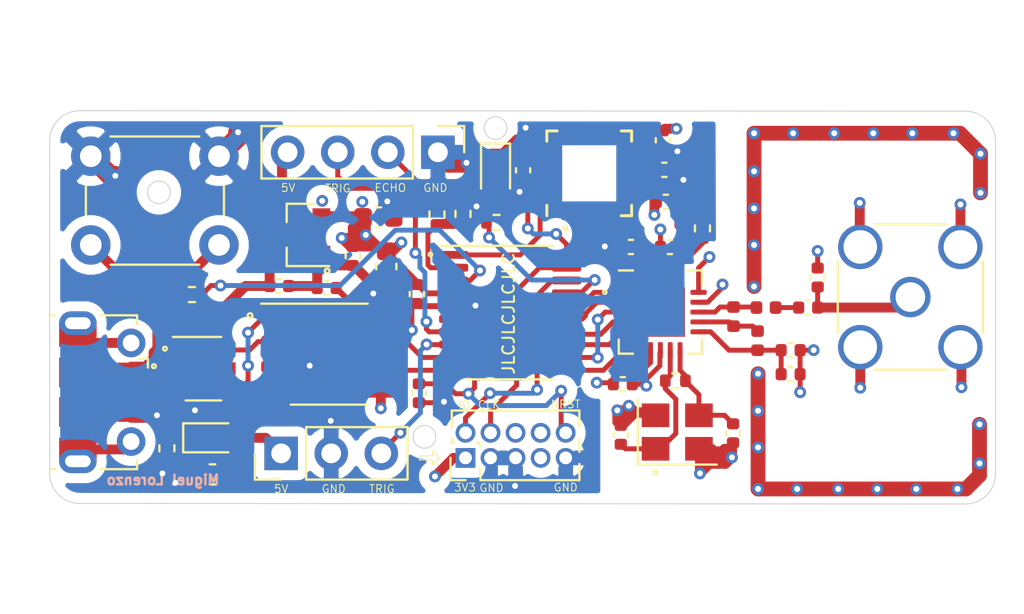
<source format=kicad_pcb>
(kicad_pcb (version 20211014) (generator pcbnew)
  (layers (0 "F.Cu" signal) (1 "In1.Cu" power) (2 "In2.Cu" power) (31 "B.Cu" signal) (34 "B.Paste" user) (35 "F.Paste" user) (36 "B.SilkS" user "B.Silkscreen") (37 "F.SilkS" user "F.Silkscreen") (38 "B.Mask" user) (39 "F.Mask" user) (44 "Edge.Cuts" user))
  (net 0 "")
  (net 1 "Net-(AE1-Pad1)")
  (net 2 "GND")
  (net 3 "Net-(C3-Pad1)")
  (net 4 "Net-(C4-Pad1)")
  (net 5 "Net-(C5-Pad1)")
  (net 6 "Net-(C6-Pad1)")
  (net 7 "Net-(C8-Pad2)")
  (net 8 "5V")
  (net 9 "Net-(C11-Pad1)")
  (net 10 "+3V3")
  (net 11 "Net-(D1-Pad1)")
  (net 12 "Net-(J1-Pad2)")
  (net 13 "Net-(J1-Pad3)")
  (net 14 "Net-(J1-Pad4)")
  (net 15 "Net-(J1-Pad6)")
  (net 16 "SWD_IO")
  (net 17 "SWD_CLK")
  (net 18 "Net-(J2-Pad6)")
  (net 19 "Net-(J2-Pad7)")
  (net 20 "Net-(J2-Pad8)")
  (net 21 "NRST")
  (net 22 "RELAY_TRIG")
  (net 23 "Net-(L1-Pad1)")
  (net 24 "Net-(L1-Pad2)")
  (net 25 "Net-(R1-Pad1)")
  (net 26 "NRF24_CE")
  (net 27 "SPI_CS")
  (net 28 "SPI_CLK")
  (net 29 "SPI_MOSI")
  (net 30 "SPI_MISO")
  (net 31 "NRF24_IRQ")
  (net 32 "Net-(U2-Pad4)")
  (net 33 "UART2_RX")
  (net 34 "UART2_TX")
  (net 35 "LED1")
  (net 36 "Net-(R6-Pad1)")
  (net 37 "BOTON")
  (net 38 "Net-(U2-Pad1)")
  (net 39 "Net-(U2-Pad2)")
  (net 40 "Net-(J4-Pad2)")
  (net 41 "Net-(C19-Pad1)")
  (net 42 "Net-(C20-Pad1)")
  (net 43 "TIM2_CH1")
  (net 44 "TIM17_CH1")
  (net 45 "I2C1_SDA")
  (net 46 "I2C1_CLK")
  (net 47 "Net-(U6-Pad12)")
  (net 48 "Net-(U6-Pad7)")
  (net 49 "Net-(U6-Pad6)")
  (net 50 "Net-(U6-Pad1)")
  (net 51 "Net-(D2-Pad2)")
  (footprint "Capacitor_SMD:C_0402_1005Metric" (layer "F.Cu") (at 117.3988 67.3608)
    (fp_text reference "C1")
    (fp_text value "10nF")
  )
  (footprint "Capacitor_SMD:C_0402_1005Metric" (layer "F.Cu") (at 115.0112 74.3204)
    (fp_text reference "C2")
    (fp_text value "1nF")
  )
  (footprint "Capacitor_SMD:C_0402_1005Metric" (layer "F.Cu") (at 115.4202 67.3608 180)
    (fp_text reference "C3")
    (fp_text value "33nF")
  )
  (footprint "Capacitor_SMD:C_0402_1005Metric" (layer "F.Cu") (at 123.5202 72.5932)
    (fp_text reference "C5")
    (fp_text value "2.2nF")
  )
  (footprint "Capacitor_SMD:C_0402_1005Metric" (layer "F.Cu") (at 120.5992 76.807 -90)
    (fp_text reference "C6")
    (fp_text value "22pF")
  )
  (footprint "Capacitor_SMD:C_0402_1005Metric" (layer "F.Cu") (at 123.5202 73.8124)
    (fp_text reference "C7")
    (fp_text value "4.7pF")
  )
  (footprint "Capacitor_SMD:C_0402_1005Metric" (layer "F.Cu") (at 124.4092 70.4342 180)
    (fp_text reference "C8")
    (fp_text value "1.5pF")
  )
  (footprint "Capacitor_SMD:C_0402_1005Metric" (layer "F.Cu") (at 124.8918 68.9102 90)
    (fp_text reference "C9")
    (fp_text value "1.0pF")
  )
  (footprint "Capacitor_SMD:C_0402_1005Metric" (layer "F.Cu") (at 99.9972 69.4436 180)
    (fp_text reference "C11")
    (fp_text value "100nF")
  )
  (footprint "Capacitor_SMD:C_0402_1005Metric" (layer "F.Cu") (at 97.5868 69.342)
    (fp_text reference "C12")
    (fp_text value "100nF")
  )
  (footprint "Capacitor_SMD:C_0603_1608Metric" (layer "F.Cu") (at 103.0224 68.3514 -90)
    (fp_text reference "C13")
    (fp_text value "4.7uF")
  )
  (footprint "Capacitor_SMD:C_0402_1005Metric" (layer "F.Cu") (at 104.5718 69.7484 -90)
    (fp_text reference "C14")
    (fp_text value "100nF")
  )
  (footprint "Capacitor_SMD:C_0603_1608Metric" (layer "F.Cu") (at 102.616 65.8622)
    (fp_text reference "C15")
    (fp_text value "1uF")
  )
  (footprint "Capacitor_SMD:C_0402_1005Metric" (layer "F.Cu") (at 101.3206 67.818 -90)
    (fp_text reference "C16")
    (fp_text value "100nF")
  )
  (footprint "LED_SMD:LED_0603_1608Metric" (layer "F.Cu") (at 108.5596 63.6017 -90)
    (fp_text reference "D2")
    (fp_text value "LED_w")
  )
  (footprint "Connector_USB:USB_Micro-B_Molex-105017-0001" (layer "F.Cu") (at 88.6206 74.7268 -90)
    (fp_text reference "J1")
    (fp_text value "USB_B_Micro")
  )
  (footprint "Connector_PinHeader_1.27mm:PinHeader_2x05_P1.27mm_Vertical" (layer "F.Cu") (at 107.0356 78.0542 90)
    (fp_text reference "J2")
    (fp_text value "Conn_02x05_Odd_Even")
  )
  (footprint "Connector_PinHeader_2.54mm:PinHeader_1x03_P2.54mm_Vertical" (layer "F.Cu") (at 97.6884 77.8256 90)
    (fp_text reference "J3")
    (fp_text value "Conn_01x03_Female")
  )
  (footprint "Inductor_SMD:L_0402_1005Metric" (layer "F.Cu") (at 122.2732 70.4342 180)
    (fp_text reference "L2")
    (fp_text value "3.9nH")
  )
  (footprint "Inductor_SMD:L_0402_1005Metric" (layer "F.Cu") (at 121.8438 72.1106 90)
    (fp_text reference "L3")
    (fp_text value "2.7nH")
  )
  (footprint "Resistor_SMD:R_0402_1005Metric" (layer "F.Cu") (at 119.0498 66.421 90)
    (fp_text reference "R1")
    (fp_text value "22k")
  )
  (footprint "Resistor_SMD:R_0402_1005Metric" (layer "F.Cu") (at 117.6762 74.1426 180)
    (fp_text reference "R2")
    (fp_text value "1M")
  )
  (footprint "Resistor_SMD:R_0402_1005Metric" (layer "F.Cu") (at 108.6104 66.1162)
    (fp_text reference "R4")
    (fp_text value "2.2k")
  )
  (footprint "Package_DFN_QFN:QFN-20-1EP_4x4mm_P0.5mm_EP2.5x2.5mm" (layer "F.Cu") (at 116.9162 70.6628)
    (fp_text reference "U1")
    (fp_text value "NRF24L01+")
  )
  (footprint "Package_SO:SOIC-8_3.9x4.9mm_P1.27mm" (layer "F.Cu") (at 100.1268 72.7964)
    (fp_text reference "U2")
    (fp_text value "CH330N")
  )
  (footprint "Package_TO_SOT_SMD:SOT-23" (layer "F.Cu") (at 98.7298 66.7512 180)
    (fp_text reference "U3")
    (fp_text value "XC6206PxxxMR")
  )
  (footprint "Crystal:Crystal_SMD_3225-4Pin_3.2x2.5mm" (layer "F.Cu") (at 117.772 76.7452)
    (fp_text reference "Y1")
    (fp_text value "16 MHz")
  )
  (footprint "Capacitor_SMD:C_0603_1608Metric" (layer "F.Cu") (at 94.2086 78.8924 180)
    (fp_text reference "C10")
    (fp_text value "10uF")
  )
  (footprint "Inductor_SMD:L_0402_1005Metric" (layer "F.Cu") (at 120.6246 70.8914 90)
    (fp_text reference "L1")
    (fp_text value "8.2nH")
  )
  (footprint "Capacitor_SMD:C_0402_1005Metric" (layer "F.Cu") (at 114.9096 76.8858 90)
    (fp_text reference "C4")
    (fp_text value "22pF")
  )
  (footprint "Connector_PinHeader_2.54mm:PinHeader_1x04_P2.54mm_Vertical" (layer "F.Cu") (at 105.6386 62.5602 -90)
    (fp_text reference "J4")
    (fp_text value "Conn_01x04_Female")
  )
  (footprint "Resistor_SMD:R_0402_1005Metric" (layer "F.Cu") (at 93.1672 69.7738)
    (fp_text reference "R6")
    (fp_text value "2.2k")
  )
  (footprint "Button_Switch_THT:SW_PUSH_6mm_H9.5mm" (layer "F.Cu") (at 94.5388 67.2592 180)
    (fp_text reference "SW1")
    (fp_text value "SW_Push_Dual")
  )
  (footprint "Package_TO_SOT_SMD:SOT-23-6" (layer "F.Cu") (at 93.7514 73.533)
    (fp_text reference "U5")
    (fp_text value "USBLC6-2SC6")
  )
  (footprint "Resistor_SMD:R_0402_1005Metric" (layer "F.Cu") (at 105.5878 65.7098 90)
    (fp_text reference "R7")
    (fp_text value "2.2k")
  )
  (footprint "Resistor_SMD:R_0402_1005Metric" (layer "F.Cu") (at 106.9086 65.6844 -90)
    (fp_text reference "R8")
    (fp_text value "2.2k")
  )
  (footprint "Capacitor_SMD:C_0402_1005Metric" (layer "F.Cu") (at 117.1956 65.0748)
    (fp_text reference "C17")
    (fp_text value "10nF")
  )
  (footprint "Capacitor_SMD:C_0402_1005Metric" (layer "F.Cu") (at 117.0432 61.9506 -90)
    (fp_text reference "C18")
    (fp_text value "100nF")
  )
  (footprint "Capacitor_SMD:C_0402_1005Metric" (layer "F.Cu") (at 117.1194 63.4492)
    (fp_text reference "C19")
    (fp_text value "100nF")
  )
  (footprint "Capacitor_SMD:C_0402_1005Metric" (layer "F.Cu") (at 109.9566 63.4746 -90)
    (fp_text reference "C20")
    (fp_text value "2.2nF")
  )
  (footprint "Sensor_Motion:InvenSense_QFN-24_4x4mm_P0.5mm" (layer "F.Cu") (at 113.3094 63.627 90)
    (fp_text reference "U6")
    (fp_text value "MPU-6050")
  )
  (footprint "LED_SMD:LED_0603_1608Metric" (layer "F.Cu") (at 94.2086 77.0382)
    (fp_text reference "D1")
    (fp_text value "LED_g")
  )
  (footprint "Resistor_SMD:R_0402_1005Metric" (layer "F.Cu") (at 91.8972 77.5716 -90)
    (fp_text reference "R3")
    (fp_text value "2.2k")
  )
  (footprint "Capacitor_SMD:C_0402_1005Metric" (layer "F.Cu") (at 104.6734 74.7776 -90)
    (fp_text reference "C21")
    (fp_text value "100nF")
  )
  (footprint "Package_SO:TSSOP-20_4.4x6.5mm_P0.65mm" (layer "F.Cu") (at 109.2962 70.6882)
    (fp_text reference "U4")
    (fp_text value "STM32G031F8Px")
  )
  (footprint "Connector_Coaxial:SMA_Wurth_60312002114503_Vertical" (layer "F.Cu") (at 129.5908 69.9008)
    (fp_text reference "AE1")
    (fp_text value "Antenna_Shield")
  )
  (gr_circle (center 105.2576 67.7418) (end 105.283 67.7418) (layer "F.SilkS") (width 0.12) (fill none))
  (gr_circle (center 116.6622 78.7908) (end 116.6876 78.7654) (layer "F.SilkS") (width 0.12) (fill none))
  (gr_line (start 105.3592 78.1558) (end 105.3592 78.4098) (layer "F.SilkS") (width 0.05))
  (gr_line (start 104.6988 77.9526) (end 104.6988 78.1558) (layer "F.SilkS") (width 0.05))
  (gr_circle (center 91.2368 73.406) (end 91.2622 73.3806) (layer "F.SilkS") (width 0.12) (fill none))
  (gr_circle (center 96.1136 70.8406) (end 96.1644 70.8152) (layer "F.SilkS") (width 0.12) (fill none))
  (gr_line (start 105.3592 77.6986) (end 105.7148 78.0542) (layer "F.SilkS") (width 0.05))
  (gr_circle (center 100.0252 68.58) (end 100.076 68.6054) (layer "F.SilkS") (width 0.12) (fill none))
  (gr_line (start 104.6988 78.1558) (end 105.3592 78.1558) (layer "F.SilkS") (width 0.05))
  (gr_line (start 105.7148 78.0542) (end 105.3592 78.4098) (layer "F.SilkS") (width 0.05))
  (gr_circle (center 114.0968 69.6468) (end 114.0968 69.6214) (layer "F.SilkS") (width 0.12) (fill none))
  (gr_line (start 104.6988 77.9526) (end 105.3592 77.9526) (layer "F.SilkS") (width 0.05))
  (gr_circle (center 112.0902 66.421) (end 112.0648 66.3956) (layer "F.SilkS") (width 0.12) (fill none))
  (gr_circle (center 91.7956 72.517) (end 91.821 72.4916) (layer "F.SilkS") (width 0.12) (fill none))
  (gr_line (start 105.3592 77.9526) (end 105.3592 77.6986) (layer "F.SilkS") (width 0.05))
  (gr_line (start 85.9536 78.8416) (end 85.9536 61.976) (layer "Edge.Cuts") (width 0.05))
  (gr_arc (start 133.9088 78.867) (mid 133.462431 79.944631) (end 132.3848 80.391) (layer "Edge.Cuts") (width 0.05))
  (gr_arc (start 85.9536 61.976) (mid 86.399969 60.898369) (end 87.4776 60.452) (layer "Edge.Cuts") (width 0.05))
  (gr_arc (start 87.4776 80.3656) (mid 86.399969 79.919231) (end 85.9536 78.8416) (layer "Edge.Cuts") (width 0.05))
  (gr_circle (center 108.5596 61.3328) (end 109.1356 61.3328) (layer "Edge.Cuts") (width 0.05) (fill none))
  (gr_circle (center 104.9528 76.9874) (end 105.5288 76.9874) (layer "Edge.Cuts") (width 0.05) (fill none))
  (gr_line (start 132.3848 80.391) (end 87.4776 80.3656) (layer "Edge.Cuts") (width 0.05))
  (gr_line (start 133.9088 62.0014) (end 133.9088 78.867) (layer "Edge.Cuts") (width 0.05))
  (gr_circle (center 91.4908 64.5922) (end 92.0668 64.5922) (layer "Edge.Cuts") (width 0.05) (fill none))
  (gr_line (start 87.4776 60.452) (end 132.3848 60.4774) (layer "Edge.Cuts") (width 0.05))
  (gr_arc (start 132.3848 60.4774) (mid 133.462431 60.923769) (end 133.9088 62.0014) (layer "Edge.Cuts") (width 0.05))
  (gr_text "Miguel Lorenzo" (at 91.694 79.1718) (layer "B.SilkS") (effects (font (size 0.5 0.5) (thickness 0.125)) (justify mirror)))
  (gr_text "ECHO" (at 103.2256 64.3636) (layer "F.SilkS") (effects (font (size 0.4 0.4) (thickness 0.05))))
  (gr_text "TRIG" (at 100.5586 64.389) (layer "F.SilkS") (effects (font (size 0.4 0.4) (thickness 0.05))))
  (gr_text "GND" (at 105.5116 64.3636) (layer "F.SilkS") (effects (font (size 0.4 0.4) (thickness 0.05))))
  (gr_text "5V" (at 98.044 64.3636) (layer "F.SilkS") (effects (font (size 0.4 0.4) (thickness 0.05))))
  (gr_text "5V" (at 97.6884 79.629) (layer "F.SilkS") (effects (font (size 0.4 0.4) (thickness 0.05))))
  (gr_text "GND" (at 100.3554 79.629) (layer "F.SilkS") (effects (font (size 0.4 0.4) (thickness 0.05))))
  (gr_text "TRIG" (at 102.7938 79.629) (layer "F.SilkS") (effects (font (size 0.4 0.4) (thickness 0.05))))
  (gr_text "IO" (at 106.9848 75.3618) (layer "F.SilkS") (effects (font (size 0.4 0.4) (thickness 0.05))))
  (gr_text "CLK" (at 108.2294 75.3618) (layer "F.SilkS") (effects (font (size 0.4 0.4) (thickness 0.05))))
  (gr_text "NRST" (at 112.1156 75.3364) (layer "F.SilkS") (effects (font (size 0.4 0.4) (thickness 0.05))))
  (gr_text "GND" (at 112.1156 79.5528) (layer "F.SilkS") (effects (font (size 0.4 0.4) (thickness 0.05))))
  (gr_text "GND" (at 108.3564 79.5782) (layer "F.SilkS") (effects (font (size 0.4 0.4) (thickness 0.05))))
  (gr_text "3V3" (at 107.0102 79.5528) (layer "F.SilkS") (effects (font (size 0.4 0.4) (thickness 0.05))))
  (gr_text "JLCJLCJLCJLC" (at 109.22 70.739 90) (layer "F.SilkS") (effects (font (size 0.6 0.6) (thickness 0.1))))
  (segment (start 124.8892 70.4342) (end 124.8892 69.3928) (width 0.25) (layer "F.Cu") (net 1))
  (segment (start 124.8892 70.4342) (end 129.0574 70.4342) (width 0.5) (layer "F.Cu") (net 1))
  (segment (start 129.0574 70.4342) (end 129.5908 69.9008) (width 0.5) (layer "F.Cu") (net 1))
  (segment (start 124.8892 69.3928) (end 124.8918 69.3902) (width 0.25) (layer "F.Cu") (net 1))
  (segment (start 129.0372 70.4544) (end 129.5908 69.9008) (width 0.5) (layer "F.Cu") (net 1))
  (segment (start 115.4202 75.8952) (end 115.2411 76.0743) (width 0.25) (layer "F.Cu") (net 2))
  (segment (start 115.2594 63.877) (end 116.099574 63.877) (width 0.25) (layer "F.Cu") (net 2))
  (segment (start 127.0508 74.4982) (end 127.0508 72.4408) (width 0.5) (layer "F.Cu") (net 2))
  (segment (start 118.9228 78.4606) (end 119.0244 78.359) (width 0.5) (layer "F.Cu") (net 2))
  (segment (start 118.9228 78.8416) (end 118.9228 78.4606) (width 0.5) (layer "F.Cu") (net 2))
  (segment (start 118.9228 78.8416) (end 120.1692 77.5952) (width 0.5) (layer "F.Cu") (net 2))
  (segment (start 116.5196 75.7428) (end 116.672 75.8952) (width 0.5) (layer "F.Cu") (net 2))
  (segment (start 117.8788 67.3608) (end 117.8788 66.2686) (width 0.25) (layer "F.Cu") (net 2))
  (segment (start 118.0846 64.107) (end 117.5994 64.5922) (width 0.5) (layer "F.Cu") (net 2))
  (segment (start 118.8537 70.1628) (end 119.314222 70.1628) (width 0.25) (layer "F.Cu") (net 2))
  (segment (start 115.316 75.4126) (end 115.316 75.791) (width 0.5) (layer "F.Cu") (net 2))
  (segment (start 92.329 79.3242) (end 93.0018 79.3242) (width 0.3) (layer "F.Cu") (net 2))
  (segment (start 117.5994 62.6898) (end 117.7798 62.5094) (width 0.5) (layer "F.Cu") (net 2))
  (segment (start 105.8952 75.2576) (end 105.9434 75.2094) (width 0.25) (layer "F.Cu") (net 2))
  (segment (start 93.253401 75.321001) (end 92.679202 75.8952) (width 0.25) (layer "F.Cu") (net 2))
  (segment (start 118.9228 78.8416) (end 118.9228 77.646) (width 0.5) (layer "F.Cu") (net 2))
  (segment (start 97.6518 73.4314) (end 99.0854 73.4314) (width 0.25) (layer "F.Cu") (net 2))
  (segment (start 132.1308 67.3608) (end 132.1308 65.532) (width 0.5) (layer "F.Cu") (net 2))
  (segment (start 124.8918 68.4302) (end 124.8918 67.564) (width 0.25) (layer "F.Cu") (net 2))
  (segment (start 95.504 61.5442) (end 95.504 61.794) (width 1) (layer "F.Cu") (net 2))
  (segment (start 114.7318 76.228) (end 114.9096 76.4058) (width 0.5) (layer "F.Cu") (net 2))
  (segment (start 108.5596 62.8142) (end 107.3658 62.8142) (width 0.25) (layer "F.Cu") (net 2))
  (segment (start 107.5436 70.3326) (end 106.4643 70.3326) (width 0.25) (layer "F.Cu") (net 2))
  (segment (start 89.281 63.754) (end 89.0336 63.754) (width 1) (layer "F.Cu") (net 2))
  (segment (start 114.7318 75.6412) (end 115.0874 75.6412) (width 0.5) (layer "F.Cu") (net 2))
  (segment (start 89.0336 63.754) (end 88.0388 62.7592) (width 1) (layer "F.Cu") (net 2))
  (segment (start 103.391 65.3672) (end 103.0732 65.0494) (width 0.5) (layer "F.Cu") (net 2))
  (segment (start 116.19371 74.08051) (end 115.95382 74.3204) (width 0.25) (layer "F.Cu") (net 2))
  (segment (start 132.4102 79.629) (end 133.096 78.9432) (width 0.75) (layer "F.Cu") (net 2))
  (segment (start 100.33 77.9272) (end 100.2284 77.8256) (width 0.5) (layer "F.Cu") (net 2))
  (segment (start 124.0028 73.815) (end 124.0002 73.8124) (width 0.25) (layer "F.Cu") (net 2))
  (segment (start 127.0254 65.1256) (end 127.0254 67.3354) (width 0.5) (layer "F.Cu") (net 2))
  (segment (start 104.3178 71.5772) (end 104.3178 70.4824) (width 0.25) (layer "F.Cu") (net 2))
  (segment (start 116.20862 62.877) (end 116.65502 62.4306) (width 0.3) (layer "F.Cu") (net 2))
  (segment (start 116.8908 73.38342) (end 116.19371 74.08051) (width 0.25) (layer "F.Cu") (net 2))
  (segment (start 112.0594 61.677) (end 110.3826 61.677) (width 0.25) (layer "F.Cu") (net 2))
  (segment (start 133.1468 62.6364) (end 133.1468 64.6176) (width 0.75) (layer "F.Cu") (net 2))
  (segment (start 117.0432 62.4306) (end 117.5994 62.9868) (width 0.3) (layer "F.Cu") (net 2))
  (segment (start 109.5502 78.0796) (end 109.5756 78.0542) (width 0.5) (layer "F.Cu") (net 2))
  (segment (start 110.3826 61.677) (end 110.3826 61.6146) (width 0.25) (layer "F.Cu") (net 2))
  (segment (start 117.8788 66.2686) (end 117.8788 65.9104) (width 0.5) (layer "F.Cu") (net 2))
  (segment (start 114.7318 75.6412) (end 115.1649 76.0743) (width 0.5) (layer "F.Cu") (net 2))
  (segment (start 115.6462 75.7428) (end 116.5196 75.7428) (width 0.5) (layer "F.Cu") (net 2))
  (segment (start 117.7798 62.5094) (end 117.122 62.5094) (width 0.5) (layer "F.Cu") (net 2))
  (segment (start 114.0968 67.3354) (end 114.9148 67.3354) (width 0.25) (layer "F.Cu") (net 2))
  (segment (start 99.0854 73.4314) (end 99.1362 73.3806) (width 0.25) (layer "F.Cu") (net 2))
  (segment (start 93.0018 79.3242) (end 93.4336 78.8924) (width 0.3) (layer "F.Cu") (net 2))
  (segment (start 117.4162 68.7253) (end 117.4162 67.831026) (width 0.25) (layer "F.Cu") (net 2))
  (segment (start 107.4146 65.1744) (end 106.9086 65.1744) (width 0.5) (layer "F.Cu") (net 2))
  (segment (start 124.0028 74.7268) (end 124.0028 73.815) (width 0.25) (layer "F.Cu") (net 2))
  (segment (start 107.5436 65.3034) (end 107.4146 65.1744) (width 0.5) (layer "F.Cu") (net 2))
  (segment (start 120.5484 78.0288) (end 120.5484 77.3378) (width 0.5) (layer "F.Cu") (net 2))
  (segment (start 109.5756 61.7982) (end 110.2614 61.7982) (width 0.25) (layer "F.Cu") (net 2))
  (segment (start 120.0658 69.411222) (end 120.0658 69.2658) (width 0.25) (layer "F.Cu") (net 2))
  (segment (start 121.8692 79.629) (end 131.9784 79.629) (width 0.75) (layer "F.Cu") (net 2))
  (segment (start 99.7298 67.7012) (end 100.3266 68.298) (width 0.5) (layer "F.Cu") (net 2))
  (segment (start 120.2182 78.359) (end 120.5484 78.0288) (width 0.5) (layer "F.Cu") (net 2))
  (segment (start 93.3196 75.3872) (end 93.253401 75.321001) (width 0.25) (layer "F.Cu") (net 2))
  (segment (start 114.9148 67.3354) (end 114.9402 67.3608) (width 0.25) (layer "F.Cu") (net 2))
  (segment (start 104.6734 75.2576) (end 105.8952 75.2576) (width 0.25) (layer "F.Cu") (net 2))
  (segment (start 117.50039 64.08421) (end 117.5994 63.9852) (width 0.25) (layer "F.Cu") (net 2))
  (segment (start 117.8794 65.911) (end 117.8788 65.9104) (width 0.25) (layer "F.Cu") (net 2))
  (segment (start 132.1816 74.4728) (end 132.1816 72.4916) (width 0.5) (layer "F.Cu") (net 2))
  (segment (start 124.6886 72.5932) (end 124.0002 72.5932) (width 0.25) (layer "F.Cu") (net 2))
  (segment (start 100.2284 77.1906) (end 100.203 77.1652) (width 0.5) (layer "F.Cu") (net 2))
  (segment (start 116.9162 72.7202) (end 116.8908 72.7456) (width 0.25) (layer "F.Cu") (net 2))
  (segment (start 115.2594 62.877) (end 116.20862 62.877) (width 0.3) (layer "F.Cu") (net 2))
  (segment (start 107.0864 63.0936) (end 106.172 63.0936) (width 1) (layer "F.Cu") (net 2))
  (segment (start 116.205 74.3966) (end 116.03002 74.3966) (width 0.25) (layer "F.Cu") (net 2))
  (segment (start 102.1972 69.1264) (end 103.0224 69.1264) (width 0.5) (layer "F.Cu") (net 2))
  (segment (start 107.3658 62.8142) (end 107.0864 63.0936) (width 0.25) (layer "F.Cu") (net 2))
  (segment (start 117.5994 63.4492) (end 117.5994 62.6898) (width 0.5) (layer "F.Cu") (net 2))
  (segment (start 133.096 78.3336) (end 133.096 76.3524) (width 0.75) (layer "F.Cu") (net 2))
  (segment (start 99.5172 69.4436) (end 99.5172 68.6816) (width 0.5) (layer "F.Cu") (net 2))
  (segment (start 127.0254 67.3354) (end 127.0508 67.3608) (width 0.5) (layer "F.Cu") (net 2))
  (segment (start 91.3892 75.8952) (end 91.257599 76.026801) (width 0.5) (layer "F.Cu") (net 2))
  (segment (start 115.2411 76.0743) (end 114.9096 76.4058) (width 0.25) (layer "F.Cu") (net 2))
  (segment (start 91.8972 78.0816) (end 91.8972 78.613) (width 0.3) (layer "F.Cu") (net 2))
  (segment (start 100.203 76.1746) (end 100.203 77.1652) (width 0.5) (layer "F.Cu") (net 2))
  (segment (start 118.9228 77.646) (end 118.872 77.5952) (width 0.5) (layer "F.Cu") (net 2))
  (segment (start 133.096 78.9432) (end 133.096 78.3336) (width 0.75) (layer "F.Cu") (net 2))
  (segment (start 119.0498 65.911) (end 117.8794 65.911) (width 0.25) (layer "F.Cu") (net 2))
  (segment (start 93.3196 75.6412) (end 93.3196 75.3872) (width 0.25) (layer "F.Cu") (net 2))
  (segment (start 118.0846 63.9572) (end 117.8306 63.9572) (width 0.5) (layer "F.Cu") (net 2))
  (segment (start 100.2284 77.8256) (end 100.2284 77.1906) (width 0.5) (layer "F.Cu") (net 2))
  (segment (start 108.5596 62.8142) (end 109.5756 61.7982) (width 0.25) (layer "F.Cu") (net 2))
  (segment (start 91.257599 76.026801) (end 90.0831 76.026801) (width 0.5) (layer "F.Cu") (net 2))
  (segment (start 116.03002 74.3966) (end 115.95382 74.3204) (width 0.25) (layer "F.Cu") (net 2))
  (segment (start 116.9162 72.6003) (end 116.9162 72.7202) (width 0.25) (layer "F.Cu") (net 2))
  (segment (start 104.5718 70.2284) (end 104.1244 70.2284) (width 0.3) (layer "F.Cu") (net 2))
  (segment (start 131.9784 79.629) (end 132.4102 79.629) (width 0.75) (layer "F.Cu") (net 2))
  (segment (start 118.872 77.5952) (end 120.291 77.5952) (width 0.25) (layer "F.Cu") (net 2))
  (segment (start 115.316 75.4126) (end 115.6462 75.7428) (width 0.5) (layer "F.Cu") (net 2))
  (segment (start 104.3178 70.4824) (end 104.5718 70.2284) (width 0.25) (layer "F.Cu") (net 2))
  (segment (start 116.65502 62.4306) (end 117.0432 62.4306) (width 0.3) (layer "F.Cu") (net 2))
  (segment (start 115.1649 76.0743) (end 115.2411 76.0743) (width 0.5) (layer "F.Cu") (net 2))
  (segment (start 116.099574 63.877) (end 116.306784 64.08421) (width 0.25) (layer "F.Cu") (net 2))
  (segment (start 120.291 77.5952) (end 120.5992 77.287) (width 0.25) (layer "F.Cu") (net 2))
  (segment (start 100.3266 68.298) (end 101.3206 68.298) (width 0.5) (layer "F.Cu") (net 2))
  (segment (start 99.4156 69.342) (end 99.5172 69.4436) (width 0.5) (layer "F.Cu") (net 2))
  (segment (start 114.9096 76.4058) (end 114.9832 76.4058) (width 0.5) (layer "F.Cu") (net 2))
  (segment (start 104.7066 70.3632) (end 104.5718 70.2284) (width 0.3) (layer "F.Cu") (net 2))
  (segment (start 104.1244 70.2284) (end 103.0224 69.1264) (width 0.3) (layer "F.Cu") (net 2))
  (segment (start 120.5484 77.3378) (end 120.5992 77.287) (width 0.5) (layer "F.Cu") (net 2))
  (segment (start 103.391 65.8622) (end 103.391 65.7476) (width 0.5) (layer "F.Cu") (net 2))
  (segment (start 132.1816 72.4916) (end 132.1308 72.4408) (width 0.5) (layer "F.Cu") (net 2))
  (segment (start 110.3826 61.6146) (end 110.0836 61.3156) (width 0.25) (layer "F.Cu") (net 2))
  (segment (start 92.6514 73.533) (end 93.141402 73.533) (width 0.25) (layer "F.Cu") (net 2))
  (segment (start 115.95382 74.3204) (end 115.4912 74.3204) (width 0.25) (layer "F.Cu") (net 2))
  (segment (start 100.3266 68.298) (end 99.9008 68.298) (width 0.5) (layer "F.Cu") (net 2))
  (segment (start 99.9008 68.298) (end 99.5172 68.6816) (width 0.5) (layer "F.Cu") (net 2))
  (segment (start 91.8972 78.613) (end 91.6686 78.8416) (width 0.3) (layer "F.Cu") (net 2))
  (segment (start 119.0244 78.359) (end 120.2182 78.359) (width 0.5) (layer "F.Cu") (net 2))
  (segment (start 116.306784 64.08421) (end 117.50039 64.08421) (width 0.25) (layer "F.Cu") (net 2))
  (segment (start 131.7752 61.595) (end 132.1054 61.595) (width 0.75) (layer "F.Cu") (net 2))
  (segment (start 114.9402 67.7493) (end 114.9402 67.3608) (width 0.25) (layer "F.Cu") (net 2))
  (segment (start 116.205 74.0918) (end 116.19371 74.08051) (width 0.25) (layer "F.Cu") (net 2))
  (segment (start 93.141402 73.533) (end 93.506401 73.897999) (width 0.25) (layer "F.Cu") (net 2))
  (segment (start 117.8788 64.8716) (end 117.5994 64.5922) (width 0.5) (layer "F.Cu") (net 2))
  (segment (start 115.0874 75.6412) (end 115.316 75.4126) (width 0.5) (layer "F.Cu") (net 2))
  (segment (start 132.1308 65.532) (end 132.1308 65.2526) (width 0.5) (layer "F.Cu") (net 2))
  (segment (start 106.4337 70.3632) (end 104.7066 70.3632) (width 0.3) (layer "F.Cu") (net 2))
  (segment (start 121.666 61.595) (end 131.7752 61.595) (width 0.75) (layer "F.Cu") (net 2))
  (segment (start 104.6734 75.2576) (end 104.8232 75.2576) (width 0.25) (layer "F.Cu") (net 2))
  (segment (start 92.2528 73.533) (end 92.6514 73.533) (width 0.25) (layer "F.Cu") (net 2))
  (segment (start 116.672 75.8952) (end 115.4202 75.8952) (width 0.25) (layer "F.Cu") (net 2))
  (segment (start 95.504 61.794) (end 94.5388 62.7592) (width 1) (layer "F.Cu") (net 2))
  (segment (start 115.9162 68.7253) (end 114.9402 67.7493) (width 0.25) (layer "F.Cu") (net 2))
  (segment (start 103.391 65.8622) (end 103.391 65.3672) (width 0.5) (layer "F.Cu") (net 2))
  (segment (start 117.5994 63.9852) (end 117.5994 64.5922) (width 0.3) (layer "F.Cu") (net 2))
  (segment (start 117.8788 67.368426) (end 117.8788 67.3608) (width 0.25) (layer "F.Cu") (net 2))
  (segment (start 114.9832 76.4058) (end 115.6462 75.7428) (width 0.5) (layer "F.Cu") (net 2))
  (segment (start 116.8908 72.7456) (end 116.8908 73.38342) (width 0.25) (layer "F.Cu") (net 2))
  (segment (start 132.1308 65.532) (end 132.1308 65.2018) (width 0.25) (layer "F.Cu") (net 2))
  (segment (start 120.1692 77.5952) (end 120.291 77.5952) (width 0.5) (layer "F.Cu") (net 2))
  (segment (start 119.9388 78.0288) (end 119.5052 77.5952) (width 0.5) (layer "F.Cu") (net 2))
  (segment (start 98.0668 69.342) (end 99.4156 69.342) (width 0.5) (layer "F.Cu") (net 2))
  (segment (start 119.5052 77.5952) (end 118.872 77.5952) (width 0.5) (layer "F.Cu") (net 2))
  (segment (start 114.7318 75.6412) (end 114.7318 76.228) (width 0.5) (layer "F.Cu") (net 2))
  (segment (start 106.172 63.0936) (end 105.6386 62.5602) (width 1) (layer "F.Cu") (net 2))
  (segment (start 118.0846 63.9572) (end 118.0846 64.107) (width 0.5) (layer "F.Cu") (net 2))
  (segment (start 107.5944 65.3034) (end 107.5436 65.3034) (width 0.5) (layer "F.Cu") (net 2))
  (segment (start 117.5994 62.9868) (end 117.5994 63.4492) (width 0.3) (layer "F.Cu") (net 2))
  (segment (start 93.506401 75.068001) (end 93.253401 75.321001) (width 0.25) (layer "F.Cu") (net 2))
  (segment (start 124.0002 73.8124) (end 124.0002 72.5932) (width 0.25) (layer "F.Cu") (net 2))
  (segment (start 117.4162 67.831026) (end 117.8788 67.368426) (width 0.25) (layer "F.Cu") (net 2))
  (segment (start 117.8788 65.9104) (end 117.8788 64.8716) (width 0.5) (layer "F.Cu") (net 2))
  (segment (start 101.3688 68.298) (end 102.1972 69.1264) (width 0.5) (layer "F.Cu") (net 2))
  (segment (start 99.5172 67.9138) (end 99.7298 67.7012) (width 0.5) (layer "F.Cu") (net 2))
  (segment (start 132.1054 61.595) (end 133.1468 62.6364) (width 0.75) (layer "F.Cu") (net 2))
  (segment (start 109.7788 64.5668) (end 109.7788 64.1324) (width 0.25) (layer "F.Cu") (net 2))
  (segment (start 115.316 75.791) (end 115.4202 75.8952) (width 0.5) (layer "F.Cu") (net 2))
  (segment (start 109.5502 79.4766) (end 109.5502 78.0796) (width 0.5) (layer "F.Cu") (net 2))
  (segment (start 109.7788 64.1324) (end 109.9566 63.9546) (width 0.25) (layer "F.Cu") (net 2))
  (segment (start 117.5994 63.726) (end 117.5994 63.4492) (width 0.5) (layer "F.Cu") (net 2))
  (segment (start 121.8692 73.787) (end 121.8692 79.629) (width 0.75) (layer "F.Cu") (net 2))
  (segment (start 101.3206 68.298) (end 101.3688 68.298) (width 0.5) (layer "F.Cu") (net 2))
  (segment (start 117.122 62.5094) (end 117.0432 62.4306) (width 0.5) (layer "F.Cu") (net 2))
  (segment (start 99.5172 68.6816) (end 99.5172 67.9138) (width 0.5) (layer "F.Cu") (net 2))
  (segment (start 117.8306 63.9572) (end 117.5994 63.726) (width 0.5) (layer "F.Cu") (net 2))
  (segment (start 106.4643 70.3326) (end 106.4337 70.3632) (width 0.25) (layer "F.Cu") (net 2))
  (segment (start 110.3826 61.677) (end 110.2614 61.7982) (width 0.25) (layer "F.Cu") (net 2))
  (segment (start 121.666 69.3674) (end 121.666 61.595) (width 0.75) (layer "F.Cu") (net 2))
  (segment (start 92.679202 75.8952) (end 91.3892 75.8952) (width 0.25) (layer "F.Cu") (net 2))
  (segment (start 120.5484 78.0288) (end 119.9388 78.0288) (width 0.5) (layer "F.Cu") (net 2))
  (segment (start 117.9022 66.292) (end 117.8788 66.2686) (width 0.25) (layer "F.Cu") (net 2))
  (segment (start 119.314222 70.1628) (end 120.0658 69.411222) (width 0.25) (layer "F.Cu") (net 2))
  (segment (start 117.5994 63.4492) (end 117.5994 63.9852) (width 0.3) (layer "F.Cu") (net 2))
  (segment (start 93.506401 73.897999) (end 93.506401 75.068001) (width 0.25) (layer "F.Cu") (net 2))
  (segment (start 116.205 74.3966) (end 116.205 74.0918) (width 0.25) (layer "F.Cu") (net 2))
  (via (at 109.7788 64.5668) (size 0.6) (drill 0.3) (layers "F.Cu" "B.Cu") (net 2))
  (via (at 110.0836 61.3156) (size 0.6) (drill 0.3) (layers "F.Cu" "B.Cu") (net 2))
  (via (at 92.329 79.3242) (size 0.6) (drill 0.3) (layers "F.Cu" "B.Cu") (net 2))
  (via (at 91.6686 78.8416) (size 0.6) (drill 0.3) (layers "F.Cu" "B.Cu") (net 2))
  (via (at 105.9434 75.2094) (size 0.6) (drill 0.3) (layers "F.Cu" "B.Cu") (net 2))
  (via (at 91.3892 75.8952) (size 0.6) (drill 0.3) (layers "F.Cu" "B.Cu") (net 2))
  (via (at 99.1362 73.3806) (size 0.6) (drill 0.3) (layers "F.Cu" "B.Cu") (net 2))
  (via (at 107.5436 70.3326) (size 0.6) (drill 0.3) (layers "F.Cu" "B.Cu") (net 2))
  (via (at 102.362 69.723) (size 0.6) (drill 0.3) (layers "F.Cu" "B.Cu") (net 2))
  (via (at 100.203 76.1746) (size 0.6) (drill 0.3) (layers "F.Cu" "B.Cu") (net 2))
  (via (at 95.504 61.5442) (size 0.6) (drill 0.3) (layers "F.Cu" "B.Cu") (net 2))
  (via (at 89.281 63.754) (size 0.6) (drill 0.3) (layers "F.Cu" "B.Cu") (net 2))
  (via (at 107.0864 63.0936) (size 0.6) (drill 0.3) (layers "F.Cu" "B.Cu") (net 2))
  (via (at 107.5944 65.3034) (size 0.6) (drill 0.3) (layers "F.Cu" "B.Cu") (net 2))
  (via (at 118.0846 63.9572) (size 0.6) (drill 0.3) (layers "F.Cu" "B.Cu") (net 2))
  (via (at 117.7798 62.5094) (size 0.6) (drill 0.3) (layers "F.Cu" "B.Cu") (net 2))
  (via (at 109.5502 79.4766) (size 0.6) (drill 0.3) (layers "F.Cu" "B.Cu") (net 2))
  (via (at 104.3178 71.5772) (size 0.6) (drill 0.3) (layers "F.Cu" "B.Cu") (net 2))
  (via (at 93.3196 75.6412) (size 0.6) (drill 0.3) (layers "F.Cu" "B.Cu") (net 2))
  (via (at 118.9228 78.8416) (size 0.6) (drill 0.3) (layers "F.Cu" "B.Cu") (net 2))
  (via (at 120.5484 78.0288) (size 0.6) (drill 0.3) (layers "F.Cu" "B.Cu") (net 2))
  (via (at 114.7318 75.6412) (size 0.6) (drill 0.3) (layers "F.Cu" "B.Cu") (net 2))
  (via (at 115.316 75.4126) (size 0.6) (drill 0.3) (layers "F.Cu" "B.Cu") (net 2))
  (via (at 124.0028 74.7268) (size 0.6) (drill 0.3) (layers "F.Cu" "B.Cu") (net 2))
  (via (at 124.8918 67.564) (size 0.6) (drill 0.3) (layers "F.Cu" "B.Cu") (net 2))
  (via (at 103.0732 65.0494) (size 0.6) (drill 0.3) (layers "F.Cu" "B.Cu") (net 2))
  (via (at 132.1816 74.4728) (size 0.6) (drill 0.3) (layers "F.Cu" "B.Cu") (net 2))
  (via (at 132.1308 65.2018) (size 0.6) (drill 0.3) (layers "F.Cu" "B.Cu") (net 2))
  (via (at 116.205 74.3966) (size 0.6) (drill 0.3) (layers "F.Cu" "B.Cu") (net 2))
  (via (at 124.6886 72.5932) (size 0.6) (drill 0.3) (layers "F.Cu" "B.Cu") (net 2))
  (via (at 121.8692 73.787) (size 0.6) (drill 0.3) (layers "F.Cu" "B.Cu") (net 2))
  (via (at 121.8692 75.6666) (size 0.6) (drill 0.3) (layers "F.Cu" "B.Cu") (net 2))
  (via (at 121.8692 77.5208) (size 0.6) (drill 0.3) (layers "F.Cu" "B.Cu") (net 2))
  (via (at 121.8692 79.629) (size 0.6) (drill 0.3) (layers "F.Cu" "B.Cu") (net 2))
  (via (at 123.8504 79.629) (size 0.6) (drill 0.3) (layers "F.Cu" "B.Cu") (net 2))
  (via (at 125.9332 79.629) (size 0.6) (drill 0.3) (layers "F.Cu" "B.Cu") (net 2))
  (via (at 127.9144 79.629) (size 0.6) (drill 0.3) (layers "F.Cu" "B.Cu") (net 2))
  (via (at 129.8956 79.629) (size 0.6) (drill 0.3) (layers "F.Cu" "B.Cu") (net 2))
  (via (at 131.9784 79.629) (size 0.6) (drill 0.3) (layers "F.Cu" "B.Cu") (net 2))
  (via (at 121.666 65.405) (size 0.6) (drill 0.3) (layers "F.Cu" "B.Cu") (net 2))
  (via (at 121.666 67.2592) (size 0.6) (drill 0.3) (layers "F.Cu" "B.Cu") (net 2))
  (via (at 121.666 69.3674) (size 0.6) (drill 0.3) (layers "F.Cu" "B.Cu") (net 2))
  (via (at 121.666 63.5254) (size 0.6) (drill 0.3) (layers "F.Cu" "B.Cu") (net 2))
  (via (at 131.7752 61.595) (size 0.6) (drill 0.3) (layers "F.Cu" "B.Cu") (net 2))
  (via (at 121.666 61.595) (size 0.6) (drill 0.3) (layers "F.Cu" "B.Cu") (net 2))
  (via (at 127.7112 61.595) (size 0.6) (drill 0.3) (layers "F.Cu" "B.Cu") (net 2))
  (via (at 123.6472 61.595) (size 0.6) (drill 0.3) (layers "F.Cu" "B.Cu") (net 2))
  (via (at 125.73 61.595) (size 0.6) (drill 0.3) (layers "F.Cu" "B.Cu") (net 2))
  (via (at 129.6924 61.595) (size 0.6) (drill 0.3) (layers "F.Cu" "B.Cu") (net 2))
  (via (at 133.1468 62.6364) (size 0.6) (drill 0.3) (layers "F.Cu" "B.Cu") (net 2))
  (via (at 133.1468 64.6176) (size 0.6) (drill 0.3) (layers "F.Cu" "B.Cu") (net 2))
  (via (at 133.096 76.3524) (size 0.6) (drill 0.3) (layers "F.Cu" "B.Cu") (net 2))
  (via (at 133.096 78.3336) (size 0.6) (drill 0.3) (layers "F.Cu" "B.Cu") (net 2))
  (via (at 127.0508 74.4982) (size 0.6) (drill 0.3) (layers "F.Cu" "B.Cu") (net 2))
  (via (at 127.0254 65.1256) (size 0.6) (drill 0.3) (layers "F.Cu" "B.Cu") (net 2))
  (via (at 114.0968 67.3354) (size 0.6) (drill 0.3) (layers "F.Cu" "B.Cu") (net 2))
  (via (at 120.0658 69.2658) (size 0.6) (drill 0.3) (layers "F.Cu" "B.Cu") (net 2))
  (segment (start 116.4162 68.7253) (end 116.4162 67.8768) (width 0.25) (layer "F.Cu") (net 3))
  (segment (start 116.4162 67.8768) (end 115.9002 67.3608) (width 0.25) (layer "F.Cu") (net 3))
  (segment (start 116.672 77.5952) (end 116.918 77.5952) (width 0.25) (layer "F.Cu") (net 4))
  (segment (start 116.672 77.5952) (end 115.139 77.5952) (width 0.25) (layer "F.Cu") (net 4))
  (segment (start 117.1662 74.545) (end 117.1662 74.1426) (width 0.25) (layer "F.Cu") (net 4))
  (segment (start 117.697001 75.075801) (end 117.1662 74.545) (width 0.25) (layer "F.Cu") (net 4))
  (segment (start 117.697001 76.816199) (end 117.697001 75.075801) (width 0.25) (layer "F.Cu") (net 4))
  (segment (start 117.4162 73.8926) (end 117.4162 72.6003) (width 0.25) (layer "F.Cu") (net 4))
  (segment (start 117.1662 74.1426) (end 117.4162 73.8926) (width 0.25) (layer "F.Cu") (net 4))
  (segment (start 115.139 77.5952) (end 114.9096 77.3658) (width 0.25) (layer "F.Cu") (net 4))
  (segment (start 116.918 77.5952) (end 117.697001 76.816199) (width 0.25) (layer "F.Cu") (net 4))
  (segment (start 121.8438 72.5956) (end 123.0378 72.5956) (width 0.25) (layer "F.Cu") (net 5))
  (segment (start 120.3984 72.5956) (end 119.4656 71.6628) (width 0.25) (layer "F.Cu") (net 5))
  (segment (start 123.0402 72.5932) (end 123.0402 73.8124) (width 0.25) (layer "F.Cu") (net 5))
  (segment (start 119.4656 71.6628) (end 118.8537 71.6628) (width 0.25) (layer "F.Cu") (net 5))
  (segment (start 123.0378 72.5956) (end 123.0402 72.5932) (width 0.25) (layer "F.Cu") (net 5))
  (segment (start 121.8438 72.5956) (end 120.3984 72.5956) (width 0.25) (layer "F.Cu") (net 5))
  (segment (start 118.872 75.8952) (end 120.1674 75.8952) (width 0.25) (layer "F.Cu") (net 6))
  (segment (start 117.9162 73.6186) (end 117.9162 72.6003) (width 0.25) (layer "F.Cu") (net 6))
  (segment (start 120.1674 75.8952) (end 120.5992 76.327) (width 0.25) (layer "F.Cu") (net 6))
  (segment (start 118.1862 74.1426) (end 118.1862 74.168) (width 0.25) (layer "F.Cu") (net 6))
  (segment (start 118.872 74.8538) (end 118.872 75.8952) (width 0.25) (layer "F.Cu") (net 6))
  (segment (start 118.1862 74.1426) (end 118.1862 73.8886) (width 0.25) (layer "F.Cu") (net 6))
  (segment (start 118.1862 74.168) (end 118.872 74.8538) (width 0.25) (layer "F.Cu") (net 6))
  (segment (start 118.1862 73.8886) (end 117.9162 73.6186) (width 0.25) (layer "F.Cu") (net 6))
  (segment (start 122.7582 70.4342) (end 123.9292 70.4342) (width 0.25) (layer "F.Cu") (net 7))
  (segment (start 93.996399 73.897999) (end 93.996399 75.068001) (width 0.25) (layer "F.Cu") (net 8))
  (segment (start 94.361398 73.533) (end 93.996399 73.168001) (width 0.25) (layer "F.Cu") (net 8))
  (segment (start 90.8096 73.4268) (end 91.221389 73.015011) (width 0.5) (layer "F.Cu") (net 8))
  (segment (start 93.996399 71.230601) (end 94.0054 71.2216) (width 0.25) (layer "F.Cu") (net 8))
  (segment (start 94.9961 76.067702) (end 94.9961 77.0382) (width 0.25) (layer "F.Cu") (net 8))
  (segment (start 91.221389 72.709823) (end 91.413156 72.518056) (width 0.5) (layer "F.Cu") (net 8))
  (segment (start 94.9836 77.0507) (end 94.9961 77.0382) (width 0.3) (layer "F.Cu") (net 8))
  (segment (start 91.8464 71.2216) (end 94.0054 71.2216) (width 0.5) (layer "F.Cu") (net 8))
  (segment (start 96.901 77.0382) (end 97.6884 77.8256) (width 0.5) (layer "F.Cu") (net 8))
  (segment (start 94.9836 78.8924) (end 94.9836 77.0507) (width 0.3) (layer "F.Cu") (net 8))
  (segment (start 93.996399 75.068001) (end 94.9961 76.067702) (width 0.25) (layer "F.Cu") (net 8))
  (segment (start 94.9961 77.0382) (end 96.901 77.0382) (width 0.5) (layer "F.Cu") (net 8))
  (segment (start 94.0562 73.533) (end 93.996399 73.592801) (width 0.25) (layer "F.Cu") (net 8))
  (segment (start 97.1068 69.342) (end 97.1068 67.3742) (width 0.5) (layer "F.Cu") (net 8))
  (segment (start 94.0054 71.2216) (end 95.885 69.342) (width 0.5) (layer "F.Cu") (net 8))
  (segment (start 93.996399 73.168001) (end 93.996399 72.914399) (width 0.25) (layer "F.Cu") (net 8))
  (segment (start 91.413156 71.654844) (end 91.8464 71.2216) (width 0.5) (layer "F.Cu") (net 8))
  (segment (start 91.413156 72.518056) (end 91.413156 71.654844) (width 0.5) (layer "F.Cu") (net 8))
  (segment (start 95.885 69.342) (end 97.1068 69.342) (width 0.5) (layer "F.Cu") (net 8))
  (segment (start 94.8514 73.533) (end 94.0562 73.533) (width 0.25) (layer "F.Cu") (net 8))
  (segment (start 97.7298 66.7512) (end 97.7298 62.849) (width 0.5) (layer "F.Cu") (net 8))
  (segment (start 94.361398 73.533) (end 93.996399 73.897999) (width 0.25) (layer "F.Cu") (net 8))
  (segment (start 93.996399 73.592801) (end 93.996399 72.914399) (width 0.25) (layer "F.Cu") (net 8))
  (segment (start 94.8514 73.533) (end 94.361398 73.533) (width 0.25) (layer "F.Cu") (net 8))
  (segment (start 90.0831 73.4268) (end 90.8096 73.4268) (width 0.5) (layer "F.Cu") (net 8))
  (segment (start 93.996399 72.914399) (end 93.996399 71.230601) (width 0.25) (layer "F.Cu") (net 8))
  (segment (start 97.1068 67.3742) (end 97.7298 66.7512) (width 0.5) (layer "F.Cu") (net 8))
  (segment (start 91.221389 73.015011) (end 91.221389 72.709823) (width 0.5) (layer "F.Cu") (net 8))
  (segment (start 97.7298 62.849) (end 98.0186 62.5602) (width 0.5) (layer "F.Cu") (net 8))
  (segment (start 102.6018 70.8914) (end 101.925 70.8914) (width 0.3) (layer "F.Cu") (net 9))
  (segment (start 101.925 70.8914) (end 100.4772 69.4436) (width 0.3) (layer "F.Cu") (net 9))
  (segment (start 99.7298 65.8012) (end 101.78 65.8012) (width 0.5) (layer "F.Cu") (net 10))
  (segment (start 117.0406 61.468) (end 117.0432 61.4706) (width 0.3) (layer "F.Cu") (net 10))
  (segment (start 101.854 66.7512) (end 101.7016 66.9036) (width 0.5) (layer "F.Cu") (net 10))
  (segment (start 114.5312 74.3204) (end 114.5312 73.9622) (width 0.25) (layer "F.Cu") (net 10))
  (segment (start 103.3402 67.5764) (end 103.7844 67.1322) (width 0.5) (layer "F.Cu") (net 10))
  (segment (start 104.5718 69.2684) (end 104.5718 69.1258) (width 0.3) (layer "F.Cu") (net 10))
  (segment (start 114.5312 73.9622) (end 114.95819 73.53521) (width 0.25) (layer "F.Cu") (net 10))
  (segment (start 100.7618 66.9036) (end 101.2698 66.9036) (width 0.5) (layer "F.Cu") (net 10))
  (segment (start 101.3206 67.338) (end 101.3206 66.8528) (width 0.5) (layer "F.Cu") (net 10))
  (segment (start 101.1962 67.338) (end 100.7618 66.9036) (width 0.5) (layer "F.Cu") (net 10))
  (segment (start 101.981 67.2338) (end 102.0852 67.338) (width 0.5) (layer "F.Cu") (net 10))
  (segment (start 101.981 66.7512) (end 101.981 67.2338) (width 0.5) (layer "F.Cu") (net 10))
  (segment (start 116.9188 67.3608) (end 116.9188 66.4744) (width 0.25) (layer "F.Cu") (net 10))
  (segment (start 102.743 74.8426) (end 102.6018 74.7014) (width 0.5) (layer "F.Cu") (net 10))
  (segment (start 102.784 67.338) (end 103.0224 67.5764) (width 0.5) (layer "F.Cu") (net 10))
  (segment (start 101.981 66.0022) (end 101.841 65.8622) (width 0.5) (layer "F.Cu") (net 10))
  (segment (start 106.426 78.0542) (end 105.4862 78.994) (width 0.5) (layer "F.Cu") (net 10))
  (segment (start 101.981 66.7512) (end 101.854 66.7512) (width 0.5) (layer "F.Cu") (net 10))
  (segment (start 102.0852 67.338) (end 102.784 67.338) (width 0.5) (layer "F.Cu") (net 10))
  (segment (start 116.9162 68.7253) (end 116.9162 67.3634) (width 0.25) (layer "F.Cu") (net 10))
  (segment (start 101.78 65.8012) (end 101.841 65.8622) (width 0.5) (layer "F.Cu") (net 10))
  (segment (start 114.455 74.2442) (end 114.5312 74.3204) (width 0.25) (layer "F.Cu") (net 10))
  (segment (start 116.660964 65.0748) (end 116.7156 65.0748) (width 0.25) (layer "F.Cu") (net 10))
  (segment (start 101.6124 66.3826) (end 101.3206 66.3826) (width 0.5) (layer "F.Cu") (net 10))
  (segment (start 116.9188 66.4744) (end 116.9162 66.4718) (width 0.25) (layer "F.Cu") (net 10))
  (segment (start 106.934 78.1558) (end 107.0356 78.0542) (width 0.5) (layer "F.Cu") (net 10))
  (segment (start 115.963164 64.377) (end 116.660964 65.0748) (width 0.25) (layer "F.Cu") (net 10))
  (segment (start 101.7016 66.9036) (end 100.7618 66.9036) (width 0.5) (layer "F.Cu") (net 10))
  (segment (start 99.7298 65.8012) (end 99.7298 65.8012) (width 0.5) (layer "F.Cu") (net 10))
  (segment (start 116.9162 67.3634) (end 116.9188 67.3608) (width 0.25) (layer "F.Cu") (net 10))
  (segment (start 114.5594 61.677) (end 114.7684 61.468) (width 0.3) (layer "F.Cu") (net 10))
  (segment (start 101.981 66.7512) (end 101.6124 66.3826) (width 0.5) (layer "F.Cu") (net 10))
  (segment (start 102.8062 67.5764) (end 101.981 66.7512) (width 0.5) (layer "F.Cu") (net 10))
  (segment (start 116.1026 73.53521) (end 116.4162 73.22161) (width 0.25) (layer "F.Cu") (net 10))
  (segment (start 116.4162 72.6003) (end 116.4162 73.22161) (width 0.25) (layer "F.Cu") (net 10))
  (segment (start 117.729 61.3664) (end 117.1474 61.3664) (width 0.5) (layer "F.Cu") (net 10))
  (segment (start 118.8537 69.6628) (end 118.8537 68.4205) (width 0.25) (layer "F.Cu") (net 10))
  (segment (start 101.981 66.7512) (end 101.981 66.0022) (width 0.5) (layer "F.Cu") (net 10))
  (segment (start 115.2594 64.377) (end 115.963164 64.377) (width 0.25) (layer "F.Cu") (net 10))
  (segment (start 104.61478 69.2684) (end 104.5718 69.2684) (width 0.3) (layer "F.Cu") (net 10))
  (segment (start 116.6114 65.7098) (end 116.6114 65.0266) (width 0.5) (layer "F.Cu") (net 10))
  (segment (start 105.05958 69.7132) (end 104.61478 69.2684) (width 0.3) (layer "F.Cu") (net 10))
  (segment (start 103.0224 67.5764) (end 102.8062 67.5764) (width 0.5) (layer "F.Cu") (net 10))
  (segment (start 101.2698 66.9036) (end 101.3206 66.8528) (width 0.5) (layer "F.Cu") (net 10))
  (segment (start 106.4337 69.7132) (end 105.05958 69.7132) (width 0.3) (layer "F.Cu") (net 10))
  (segment (start 104.5718 69.1258) (end 103.0224 67.5764) (width 0.3) (layer "F.Cu") (net 10))
  (segment (start 117.1474 61.3664) (end 117.0432 61.4706) (width 0.5) (layer "F.Cu") (net 10))
  (segment (start 113.6904 74.2442) (end 114.455 74.2442) (width 0.25) (layer "F.Cu") (net 10))
  (segment (start 101.3206 67.338) (end 102.0852 67.338) (width 0.5) (layer "F.Cu") (net 10))
  (segment (start 114.95819 73.53521) (end 116.1026 73.53521) (width 0.25) (layer "F.Cu") (net 10))
  (segment (start 101.3206 67.338) (end 101.1962 67.338) (width 0.5) (layer "F.Cu") (net 10))
  (segment (start 118.8537 68.4205) (end 119.4054 67.8688) (width 0.25) (layer "F.Cu") (net 10))
  (segment (start 103.0224 67.5764) (end 103.3402 67.5764) (width 0.5) (layer "F.Cu") (net 10))
  (segment (start 114.7684 61.468) (end 117.0406 61.468) (width 0.3) (layer "F.Cu") (net 10))
  (segment (start 102.743 75.5396) (end 102.743 74.8426) (width 0.5) (layer "F.Cu") (net 10))
  (segment (start 101.3206 66.3826) (end 101.841 65.8622) (width 0.5) (layer "F.Cu") (net 10))
  (segment (start 107.0356 78.0542) (end 106.426 78.0542) (width 0.5) (layer "F.Cu") (net 10))
  (segment (start 101.3206 66.8528) (end 101.3206 66.3826) (width 0.5) (layer "F.Cu") (net 10))
  (via (at 99.7712 65.024) (size 0.6) (drill 0.3) (layers "F.Cu" "B.Cu") (net 10))
  (via (at 100.7618 66.9036) (size 0.6) (drill 0.3) (layers "F.Cu" "B.Cu") (net 10))
  (via (at 101.981 66.7512) (size 0.6) (drill 0.3) (layers "F.Cu" "B.Cu") (net 10))
  (via (at 103.7844 67.1322) (size 0.6) (drill 0.3) (layers "F.Cu" "B.Cu") (net 10))
  (via (at 102.743 75.5396) (size 0.6) (drill 0.3) (layers "F.Cu" "B.Cu") (net 10))
  (via (at 105.4862 78.994) (size 0.6) (drill 0.3) (layers "F.Cu" "B.Cu") (net 10))
  (via (at 117.729 61.3664) (size 0.6) (drill 0.3) (layers "F.Cu" "B.Cu") (net 10))
  (via (at 116.6114 65.7352) (size 0.6) (drill 0.3) (layers "F.Cu" "B.Cu") (net 10))
  (via (at 116.9162 66.4718) (size 0.6) (drill 0.3) (layers "F.Cu" "B.Cu") (net 10))
  (via (at 119.4054 67.8688) (size 0.6) (drill 0.3) (layers "F.Cu" "B.Cu") (net 10))
  (via (at 113.6904 74.2442) (size 0.6) (drill 0.3) (layers "F.Cu" "B.Cu") (net 10))
  (via (at 101.8032 65.0748) (size 0.6) (drill 0.3) (layers "F.Cu" "B.Cu") (net 10))
  (segment (start 93.3977 77.0616) (end 93.4211 77.0382) (width 0.3) (layer "F.Cu") (net 11))
  (segment (start 91.8972 77.0616) (end 93.3977 77.0616) (width 0.3) (layer "F.Cu") (net 11))
  (segment (start 91.796399 72.947999) (end 92.161398 72.583) (width 0.25) (layer "F.Cu") (net 12))
  (segment (start 92.161398 72.583) (end 92.6514 72.583) (width 0.25) (layer "F.Cu") (net 12))
  (segment (start 90.0831 74.0768) (end 91.0081 74.0768) (width 0.25) (layer "F.Cu") (net 12))
  (segment (start 91.796399 73.288501) (end 91.796399 72.947999) (width 0.25) (layer "F.Cu") (net 12))
  (segment (start 91.0081 74.0768) (end 91.796399 73.288501) (width 0.25) (layer "F.Cu") (net 12))
  (segment (start 90.0831 74.7268) (end 92.4076 74.7268) (width 0.25) (layer "F.Cu") (net 13))
  (segment (start 92.4076 74.7268) (end 92.6514 74.483) (width 0.25) (layer "F.Cu") (net 13))
  (segment (start 89.6831 77.6268) (end 90.0831 77.2268) (width 0.5) (layer "F.Cu") (net 15))
  (segment (start 87.3831 77.6268) (end 87.3831 78.2268) (width 0.5) (layer "F.Cu") (net 15))
  (segment (start 87.3831 71.8268) (end 87.3831 71.2268) (width 0.5) (layer "F.Cu") (net 15))
  (segment (start 90.0831 72.2268) (end 87.7831 72.2268) (width 0.5) (layer "F.Cu") (net 15))
  (segment (start 87.3831 75.7268) (end 87.3831 73.7268) (width 0.5) (layer "F.Cu") (net 15))
  (segment (start 87.7831 72.2268) (end 87.3831 71.8268) (width 0.5) (layer "F.Cu") (net 15))
  (segment (start 87.3831 77.6268) (end 87.3831 75.7268) (width 0.5) (layer "F.Cu") (net 15))
  (segment (start 87.3831 77.6268) (end 89.6831 77.6268) (width 0.5) (layer "F.Cu") (net 15))
  (segment (start 87.3831 73.7268) (end 87.3831 71.8268) (width 0.5) (layer "F.Cu") (net 15))
  (segment (start 110.6678 69.8166) (end 110.6678 74.5998) (width 0.25) (layer "F.Cu") (net 16))
  (segment (start 111.4212 69.0632) (end 110.6678 69.8166) (width 0.25) (layer "F.Cu") (net 16))
  (segment (start 112.1587 69.0632) (end 111.4212 69.0632) (width 0.25) (layer "F.Cu") (net 16))
  (segment (start 107.0356 76.7842) (end 107.0356 76.0222) (width 0.25) (layer "F.Cu") (net 16))
  (segment (start 112.4381 68.987) (end 111.749542 68.987) (width 0.25) (layer "F.Cu") (net 16))
  (segment (start 107.0356 76.0222) (end 108.2802 74.7776) (width 0.25) (layer "F.Cu") (net 16))
  (via (at 110.6678 74.5998) (size 0.6) (drill 0.3) (layers "F.Cu" "B.Cu") (net 16))
  (via (at 108.2802 74.7776) (size 0.6) (drill 0.3) (layers "F.Cu" "B.Cu") (net 16))
  (segment (start 108.2802 74.7776) (end 110.49 74.7776) (width 0.25) (layer "B.Cu") (net 16))
  (segment (start 110.49 74.7776) (end 110.6678 74.5998) (width 0.25) (layer "B.Cu") (net 16))
  (segment (start 109.6264 69.5706) (end 109.6264 74.3712) (width 0.25) (layer "F.Cu") (net 17))
  (segment (start 110.7838 68.4132) (end 109.6264 69.5706) (width 0.25) (layer "F.Cu") (net 17))
  (segment (start 108.3056 75.692) (end 108.3056 76.7842) (width 0.25) (layer "F.Cu") (net 17))
  (segment (start 109.6264 74.3712) (end 108.3056 75.692) (width 0.25) (layer "F.Cu") (net 17))
  (segment (start 112.1587 68.4132) (end 110.7838 68.4132) (width 0.25) (layer "F.Cu") (net 17))
  (segment (start 112.4381 68.337) (end 111.7006 68.337) (width 0.25) (layer "F.Cu") (net 17))
  (segment (start 107.49621 71.33821) (end 107.49621 74.49479) (width 0.25) (layer "F.Cu") (net 21))
  (segment (start 106.0222 74.2976) (end 104.6734 74.2976) (width 0.25) (layer "F.Cu") (net 21))
  (segment (start 107.49621 74.49479) (end 107.188 74.803) (width 0.25) (layer "F.Cu") (net 21))
  (segment (start 111.887 76.5556) (end 112.1156 76.7842) (width 0.25) (layer "F.Cu") (net 21))
  (segment (start 107.188 74.803) (end 106.5276 74.803) (width 0.25) (layer "F.Cu") (net 21))
  (segment (start 106.4337 71.0132) (end 107.1712 71.0132) (width 0.25) (layer "F.Cu") (net 21))
  (segment (start 111.887 74.6506) (end 111.887 76.5556) (width 0.25) (layer "F.Cu") (net 21))
  (segment (start 106.5276 74.803) (end 106.0222 74.2976) (width 0.25) (layer "F.Cu") (net 21))
  (segment (start 107.1712 71.0132) (end 107.49621 71.33821) (width 0.25) (layer "F.Cu") (net 21))
  (via (at 107.188 74.803) (size 0.6) (drill 0.3) (layers "F.Cu" "B.Cu") (net 21))
  (via (at 111.887 74.6506) (size 0.6) (drill 0.3) (layers "F.Cu" "B.Cu") (net 21))
  (segment (start 111.134999 75.402601) (end 111.887 74.6506) (width 0.25) (layer "B.Cu") (net 21))
  (segment (start 107.787601 75.402601) (end 111.134999 75.402601) (width 0.25) (layer "B.Cu") (net 21))
  (segment (start 107.188 74.803) (end 107.787601 75.402601) (width 0.25) (layer "B.Cu") (net 21))
  (segment (start 106.4337 72.3132) (end 105.074084 72.3132) (width 0.25) (layer "F.Cu") (net 22))
  (segment (start 105.074084 72.3132) (end 105.064042 72.303158) (width 0.25) (layer "F.Cu") (net 22))
  (segment (start 102.7684 77.8256) (end 102.7684 77.7494) (width 0.25) (layer "F.Cu") (net 22))
  (segment (start 102.7684 77.7494) (end 103.7336 76.7842) (width 0.25) (layer "F.Cu") (net 22))
  (via (at 103.7336 76.7842) (size 0.6) (drill 0.3) (layers "F.Cu" "B.Cu") (net 22))
  (via (at 105.064042 72.303158) (size 0.6) (drill 0.3) (layers "F.Cu" "B.Cu") (net 22))
  (segment (start 105.064042 72.303158) (end 104.7496 72.6176) (width 0.25) (layer "B.Cu") (net 22))
  (segment (start 104.7496 75.7682) (end 103.7336 76.7842) (width 0.25) (layer "B.Cu") (net 22))
  (segment (start 104.7496 72.6176) (end 104.7496 75.7682) (width 0.25) (layer "B.Cu") (net 22))
  (segment (start 120.6246 71.3764) (end 121.5946 71.3764) (width 0.25) (layer "F.Cu") (net 23))
  (segment (start 120.411 71.1628) (end 118.8537 71.1628) (width 0.25) (layer "F.Cu") (net 23))
  (segment (start 121.5946 71.3764) (end 121.8438 71.6256) (width 0.25) (layer "F.Cu") (net 23))
  (segment (start 120.6246 71.3764) (end 120.411 71.1628) (width 0.25) (layer "F.Cu") (net 23))
  (segment (start 121.7604 70.4064) (end 121.7882 70.4342) (width 0.25) (layer "F.Cu") (net 24))
  (segment (start 119.6848 70.6628) (end 119.9412 70.4064) (width 0.25) (layer "F.Cu") (net 24))
  (segment (start 118.8537 70.6628) (end 119.6848 70.6628) (width 0.25) (layer "F.Cu") (net 24))
  (segment (start 120.6246 70.4064) (end 121.7604 70.4064) (width 0.25) (layer "F.Cu") (net 24))
  (segment (start 119.9412 70.4064) (end 120.6246 70.4064) (width 0.25) (layer "F.Cu") (net 24))
  (segment (start 117.9162 68.7253) (end 117.9162 68.4964) (width 0.25) (layer "F.Cu") (net 25))
  (segment (start 117.9162 68.3128) (end 119.0498 67.1792) (width 0.25) (layer "F.Cu") (net 25))
  (segment (start 117.9162 68.7253) (end 117.9162 68.3128) (width 0.25) (layer "F.Cu") (net 25))
  (segment (start 119.0498 67.1792) (end 119.0498 66.931) (width 0.25) (layer "F.Cu") (net 25))
  (segment (start 112.1587 70.3632) (end 112.860388 70.3632) (width 0.25) (layer "F.Cu") (net 26))
  (segment (start 113.560788 69.6628) (end 114.9787 69.6628) (width 0.25) (layer "F.Cu") (net 26))
  (segment (start 112.860388 70.3632) (end 113.560788 69.6628) (width 0.25) (layer "F.Cu") (net 26))
  (segment (start 112.4381 70.937) (end 112.6034 70.937) (width 0.25) (layer "F.Cu") (net 27))
  (segment (start 113.116199 70.743799) (end 113.697198 70.1628) (width 0.25) (layer "F.Cu") (net 27))
  (segment (start 113.697198 70.1628) (end 114.9787 70.1628) (width 0.25) (layer "F.Cu") (net 27))
  (segment (start 112.959 71.0132) (end 113.116199 70.856001) (width 0.25) (layer "F.Cu") (net 27))
  (segment (start 113.116199 70.856001) (end 113.116199 70.743799) (width 0.25) (layer "F.Cu") (net 27))
  (segment (start 112.1587 71.0132) (end 112.959 71.0132) (width 0.25) (layer "F.Cu") (net 27))
  (segment (start 114.1222 70.6628) (end 114.9787 70.6628) (width 0.25) (layer "F.Cu") (net 28))
  (segment (start 112.1587 72.9632) (end 113.7302 72.9632) (width 0.25) (layer "F.Cu") (net 28))
  (segment (start 113.7302 72.9632) (end 113.7412 72.9742) (width 0.25) (layer "F.Cu") (net 28))
  (segment (start 113.7412 71.0438) (end 114.1222 70.6628) (width 0.25) (layer "F.Cu") (net 28))
  (via (at 113.7412 72.9742) (size 0.6) (drill 0.3) (layers "F.Cu" "B.Cu") (net 28))
  (via (at 113.7412 71.0438) (size 0.6) (drill 0.3) (layers "F.Cu" "B.Cu") (net 28))
  (segment (start 113.7412 72.9742) (end 113.7412 71.0438) (width 0.25) (layer "B.Cu") (net 28))
  (segment (start 113.06319 71.78819) (end 112.9382 71.6632) (width 0.25) (layer "F.Cu") (net 29))
  (segment (start 112.9382 71.6632) (end 112.1587 71.6632) (width 0.25) (layer "F.Cu") (net 29))
  (segment (start 113.892788 71.78819) (end 113.06319 71.78819) (width 0.25) (layer "F.Cu") (net 29))
  (segment (start 114.9787 71.1628) (end 114.518178 71.1628) (width 0.25) (layer "F.Cu") (net 29))
  (segment (start 114.518178 71.1628) (end 113.892788 71.78819) (width 0.25) (layer "F.Cu") (net 29))
  (segment (start 112.1587 72.3132) (end 114.3283 72.3132) (width 0.25) (layer "F.Cu") (net 30))
  (segment (start 114.3283 72.3132) (end 114.9787 71.6628) (width 0.25) (layer "F.Cu") (net 30))
  (segment (start 115.9162 73.0852) (end 115.9162 72.6003) (width 0.25) (layer "F.Cu") (net 31))
  (segment (start 115.9162 72.6003) (end 115.0295 72.6003) (width 0.25) (layer "F.Cu") (net 31))
  (segment (start 115.0295 72.610902) (end 115.0295 72.6003) (width 0.25) (layer "F.Cu") (net 31))
  (segment (start 112.1587 73.6132) (end 114.027202 73.6132) (width 0.25) (layer "F.Cu") (net 31))
  (segment (start 114.027202 73.6132) (end 115.0295 72.610902) (width 0.25) (layer "F.Cu") (net 31))
  (segment (start 102.7836 73.6132) (end 106.4337 73.6132) (width 0.25) (layer "F.Cu") (net 33))
  (segment (start 102.6018 73.4314) (end 102.7836 73.6132) (width 0.25) (layer "F.Cu") (net 33))
  (segment (start 106.4337 72.9632) (end 104.8402 72.9632) (width 0.25) (layer "F.Cu") (net 34))
  (segment (start 104.0384 72.1614) (end 102.6018 72.1614) (width 0.25) (layer "F.Cu") (net 34))
  (segment (start 104.8402 72.9632) (end 104.0384 72.1614) (width 0.25) (layer "F.Cu") (net 34))
  (segment (start 108.2294 66.8782) (end 108.2294 66.2452) (width 0.25) (layer "F.Cu") (net 35))
  (segment (start 112.873978 69.7132) (end 113.549978 69.0372) (width 0.25) (layer "F.Cu") (net 35))
  (segment (start 112.1587 69.7132) (end 112.873978 69.7132) (width 0.25) (layer "F.Cu") (net 35))
  (segment (start 113.549978 69.0372) (end 113.5888 69.0372) (width 0.25) (layer "F.Cu") (net 35))
  (segment (start 108.2294 66.2452) (end 108.1004 66.1162) (width 0.25) (layer "F.Cu") (net 35))
  (via (at 113.5888 69.0372) (size 0.6) (drill 0.3) (layers "F.Cu" "B.Cu") (net 35))
  (via (at 108.2294 66.8782) (size 0.6) (drill 0.3) (layers "F.Cu" "B.Cu") (net 35))
  (segment (start 113.5888 69.0372) (end 110.3884 69.0372) (width 0.25) (layer "B.Cu") (net 35))
  (segment (start 110.3884 69.0372) (end 108.2294 66.8782) (width 0.25) (layer "B.Cu") (net 35))
  (segment (start 90.5534 69.7738) (end 88.0388 67.2592) (width 0.5) (layer "F.Cu") (net 36))
  (segment (start 92.6572 69.7738) (end 90.5534 69.7738) (width 0.5) (layer "F.Cu") (net 36))
  (segment (start 92.6572 69.7738) (end 92.6572 69.1408) (width 0.5) (layer "F.Cu") (net 36))
  (segment (start 92.6572 69.1408) (end 94.5388 67.2592) (width 0.5) (layer "F.Cu") (net 36))
  (segment (start 107.2636 69.0632) (end 107.7722 68.5546) (width 0.25) (layer "F.Cu") (net 37))
  (segment (start 106.4337 69.0632) (end 107.2636 69.0632) (width 0.25) (layer "F.Cu") (net 37))
  (segment (start 94.615 69.3166) (end 94.1344 69.3166) (width 0.25) (layer "F.Cu") (net 37))
  (segment (start 94.1344 69.3166) (end 93.6772 69.7738) (width 0.25) (layer "F.Cu") (net 37))
  (via (at 94.615 69.3166) (size 0.6) (drill 0.3) (layers "F.Cu" "B.Cu") (net 37))
  (via (at 107.7722 68.5546) (size 0.6) (drill 0.3) (layers "F.Cu" "B.Cu") (net 37))
  (segment (start 105.724799 66.507199) (end 103.484399 66.507199) (width 0.25) (layer "B.Cu") (net 37))
  (segment (start 100.674998 69.3166) (end 94.615 69.3166) (width 0.25) (layer "B.Cu") (net 37))
  (segment (start 107.7722 68.5546) (end 105.724799 66.507199) (width 0.25) (layer "B.Cu") (net 37))
  (segment (start 103.484399 66.507199) (end 100.674998 69.3166) (width 0.25) (layer "B.Cu") (net 37))
  (segment (start 96.012 71.7042) (end 96.8248 70.8914) (width 0.25) (layer "F.Cu") (net 38))
  (segment (start 96.8248 70.8914) (end 97.6518 70.8914) (width 0.25) (layer "F.Cu") (net 38))
  (segment (start 96.012 74.168) (end 96.012 73.3806) (width 0.25) (layer "F.Cu") (net 38))
  (segment (start 94.8514 74.483) (end 95.697 74.483) (width 0.25) (layer "F.Cu") (net 38))
  (segment (start 95.697 74.483) (end 96.012 74.168) (width 0.25) (layer "F.Cu") (net 38))
  (via (at 96.012 71.7042) (size 0.6) (drill 0.3) (layers "F.Cu" "B.Cu") (net 38))
  (via (at 96.012 73.3806) (size 0.6) (drill 0.3) (layers "F.Cu" "B.Cu") (net 38))
  (segment (start 96.012 73.3806) (end 96.012 71.7042) (width 0.25) (layer "B.Cu") (net 38))
  (segment (start 94.8514 72.583) (end 96.0984 72.583) (width 0.25) (layer "F.Cu") (net 39))
  (segment (start 96.52 72.1614) (end 97.6518 72.1614) (width 0.25) (layer "F.Cu") (net 39))
  (segment (start 96.0984 72.583) (end 96.52 72.1614) (width 0.25) (layer "F.Cu") (net 39))
  (segment (start 105.5878 65.1998) (end 105.5878 65.0494) (width 0.25) (layer "F.Cu") (net 40))
  (segment (start 105.5878 65.0494) (end 103.0986 62.5602) (width 0.25) (layer "F.Cu") (net 40))
  (segment (start 115.2594 63.377) (end 116.5672 63.377) (width 0.25) (layer "F.Cu") (net 41))
  (segment (start 116.5672 63.377) (end 116.6394 63.4492) (width 0.25) (layer "F.Cu") (net 41))
  (segment (start 109.9566 62.9946) (end 110.0742 62.877) (width 0.25) (layer "F.Cu") (net 42))
  (segment (start 110.0742 62.877) (end 111.3594 62.877) (width 0.25) (layer "F.Cu") (net 42))
  (segment (start 105.0544 71.5264) (end 105.0544 71.1454) (width 0.25) (layer "F.Cu") (net 43))
  (segment (start 105.1912 71.6632) (end 105.0544 71.5264) (width 0.25) (layer "F.Cu") (net 43))
  (segment (start 100.5586 63.7794) (end 100.5586 62.5602) (width 0.25) (layer "F.Cu") (net 43))
  (segment (start 106.4337 71.6632) (end 105.1912 71.6632) (width 0.25) (layer "F.Cu") (net 43))
  (segment (start 101.1682 64.389) (end 100.5586 63.7794) (width 0.25) (layer "F.Cu") (net 43))
  (segment (start 103.9622 64.389) (end 101.1682 64.389) (width 0.25) (layer "F.Cu") (net 43))
  (segment (start 104.4956 64.9224) (end 103.9622 64.389) (width 0.25) (layer "F.Cu") (net 43))
  (segment (start 104.4956 67.6656) (end 104.4956 64.9224) (width 0.25) (layer "F.Cu") (net 43))
  (via (at 104.4956 67.6656) (size 0.6) (drill 0.3) (layers "F.Cu" "B.Cu") (net 43))
  (via (at 105.0544 71.1454) (size 0.6) (drill 0.3) (layers "F.Cu" "B.Cu") (net 43))
  (segment (start 104.7242 67.8942) (end 104.7242 68.4022) (width 0.25) (layer "B.Cu") (net 43))
  (segment (start 104.9782 71.0692) (end 105.0544 71.1454) (width 0.25) (layer "B.Cu") (net 43))
  (segment (start 104.7242 67.8942) (end 104.4956 67.6656) (width 0.25) (layer "B.Cu") (net 43))
  (segment (start 104.7242 68.4022) (end 104.9782 68.6562) (width 0.25) (layer "B.Cu") (net 43))
  (segment (start 104.9782 68.6562) (end 104.9782 71.0692) (width 0.25) (layer "B.Cu") (net 43))
  (segment (start 106.7131 68.337) (end 105.9756 68.337) (width 0.25) (layer "F.Cu") (net 44))
  (segment (start 105.6132 66.1944) (end 105.5878 66.2198) (width 0.5) (layer "F.Cu") (net 44))
  (segment (start 106.4337 68.4132) (end 105.2686 68.4132) (width 0.25) (layer "F.Cu") (net 44))
  (segment (start 105.2686 68.4132) (end 105.1306 68.2752) (width 0.25) (layer "F.Cu") (net 44))
  (segment (start 105.1306 66.677) (end 105.5878 66.2198) (width 0.25) (layer "F.Cu") (net 44))
  (segment (start 106.9086 66.1944) (end 105.6132 66.1944) (width 0.5) (layer "F.Cu") (net 44))
  (segment (start 105.1306 68.2752) (end 105.1306 66.677) (width 0.25) (layer "F.Cu") (net 44))
  (segment (start 106.4337 67.7632) (end 109.8082 67.7632) (width 0.25) (layer "F.Cu") (net 45))
  (segment (start 111.018 64.877) (end 111.3594 64.877) (width 0.25) (layer "F.Cu") (net 45))
  (segment (start 109.8082 67.7632) (end 110.8202 66.7512) (width 0.25) (layer "F.Cu") (net 45))
  (segment (start 110.8202 66.7512) (end 110.8202 65.0748) (width 0.25) (layer "F.Cu") (net 45))
  (segment (start 110.8202 65.0748) (end 111.018 64.877) (width 0.25) (layer "F.Cu") (net 45))
  (segment (start 110.1952 65.050498) (end 110.868698 64.377) (width 0.25) (layer "F.Cu") (net 46))
  (segment (start 112.1587 67.7632) (end 112.1587 67.2261) (width 0.25) (layer "F.Cu") (net 46))
  (segment (start 112.1587 67.2261) (end 111.633 66.7004) (width 0.25) (layer "F.Cu") (net 46))
  (segment (start 110.868698 64.377) (end 111.3594 64.377) (width 0.25) (layer "F.Cu") (net 46))
  (segment (start 110.1952 66.423558) (end 110.1952 65.050498) (width 0.25) (layer "F.Cu") (net 46))
  (via (at 110.1952 66.423558) (size 0.6) (drill 0.3) (layers "F.Cu" "B.Cu") (net 46))
  (via (at 111.633 66.7004) (size 0.6) (drill 0.3) (layers "F.Cu" "B.Cu") (net 46))
  (segment (start 111.633 66.7004) (end 110.472042 66.7004) (width 0.25) (layer "B.Cu") (net 46))
  (segment (start 110.472042 66.7004) (end 110.1952 66.423558) (width 0.25) (layer "B.Cu") (net 46))
  (segment (start 108.5596 65.151) (end 108.5596 64.3892) (width 0.25) (layer "F.Cu") (net 51))
  (segment (start 109.1204 65.7118) (end 108.5596 65.151) (width 0.25) (layer "F.Cu") (net 51))
  (segment (start 109.1204 66.1162) (end 109.1204 65.7118) (width 0.25) (layer "F.Cu") (net 51))
  (zone (net 0) (net_name "") (layers "F.Cu" "In1.Cu" "In2.Cu" "B.Cu") (connect_pads (clearance 0)) (min_thickness 0.254)
    (keepout (tracks not_allowed) (vias not_allowed) (pads allowed) (copperpour not_allowed) (footprints allowed))
    (fill (thermal_gap 0.508) (thermal_bridge_width 0.508))
    (polygon (pts (xy 114.681 65.0494) (xy 111.9378 65.0494) (xy 111.9378 62.2046) (xy 114.681 62.2046)))
  )
  (zone (net 2) (net_name "GND") (layer "B.Cu") (connect_pads (clearance 0.508)) (min_thickness 0.254) (fill yes (thermal_gap 0.508) (thermal_bridge_width 0.75))
    (polygon (pts (xy 119.738657 68.2244) (xy 118.138457 68.2244) (xy 118.138457 71.882) (xy 116.309657 71.882) (xy 116.284257 74.1934) (xy 113.871257 74.1934) (xy 113.871257 80.3148) (xy 85.931257 80.3148) (xy 85.931257 60.4012) (xy 119.713257 60.4012)))
  )
)
</source>
